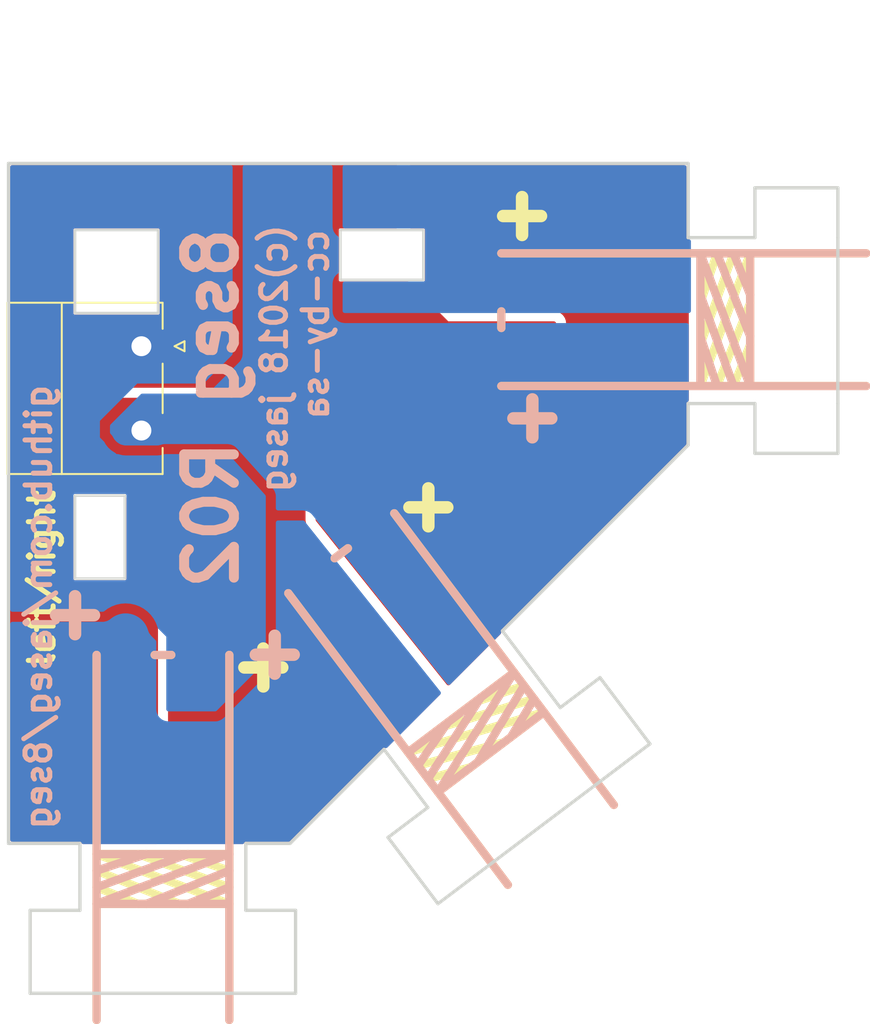
<source format=kicad_pcb>
(kicad_pcb (version 20220427) (generator pcbnew)
  (layers (0 "F.Cu" signal) (31 "B.Cu" signal) (34 "B.Paste" user) (35 "F.Paste" user) (36 "B.SilkS" user "B.Silkscreen") (37 "F.SilkS" user "F.Silkscreen") (38 "B.Mask" user) (39 "F.Mask" user) (44 "Edge.Cuts" user))
  (net 0 "")
  (net 1 "/A")
  (net 2 "/B")
  (net 3 "/C")
  (net 4 "/D")
  (footprint "footprints:led_tape_3528_2835" (layer "F.Cu") (at 154.3 64.6)
    (fp_text reference "J1" hide)
    (fp_text value "Conn_01x02" hide)
    (fp_line (start -4 0) (end -4 22) (stroke (width 0.5)) (layer "F.SilkS"))
    (fp_line (start -4 12) (end 4 12) (stroke (width 0.5)) (layer "F.SilkS"))
    (fp_line (start -4 13) (end 1 15) (stroke (width 0.5)) (layer "F.SilkS"))
    (fp_line (start -4 14) (end -1.5 15) (stroke (width 0.5)) (layer "F.SilkS"))
    (fp_line (start -4 15) (end 4 15) (stroke (width 0.5)) (layer "F.SilkS"))
    (fp_line (start -0.5 0) (end 0.5 0) (stroke (width 0.5)) (layer "F.SilkS"))
    (fp_line (start 1 12) (end 4 13) (stroke (width 0.5)) (layer "F.SilkS"))
    (fp_line (start 4 14) (end -1.5 12) (stroke (width 0.5)) (layer "F.SilkS"))
    (fp_line (start 4 15) (end -4 12) (stroke (width 0.5)) (layer "F.SilkS"))
    (fp_line (start 4 22) (end 4 0) (stroke (width 0.5)) (layer "F.SilkS"))
    (pad "1" smd oval locked (at -2.25 0) (size 2.8 5) (layers "F.Cu" "F.Paste" "F.Mask") (net 4 "/D"))
    (pad "2" smd oval locked (at 2.25 0) (size 2.8 5) (layers "F.Cu" "F.Paste" "F.Mask") (net 1 "/A"))
  )
  (footprint "footprints:led_tape_3528_2835" (layer "F.Cu") (at 165.05 58.475 37)
    (fp_text reference "J2" hide)
    (fp_text value "Conn_01x02" hide)
    (fp_line (start -4 0) (end -4 21.999999) (stroke (width 0.5)) (layer "F.SilkS"))
    (fp_line (start -4 12) (end 4 12) (stroke (width 0.5)) (layer "F.SilkS"))
    (fp_line (start -4 13) (end 1 15) (stroke (width 0.5)) (layer "F.SilkS"))
    (fp_line (start -4 14) (end -1.5 15) (stroke (width 0.5)) (layer "F.SilkS"))
    (fp_line (start -4 15) (end 3.999999 15) (stroke (width 0.5)) (layer "F.SilkS"))
    (fp_line (start -0.5 0) (end 0.5 0) (stroke (width 0.5)) (layer "F.SilkS"))
    (fp_line (start 1 12) (end 3.999999 13) (stroke (width 0.5)) (layer "F.SilkS"))
    (fp_line (start 3.999999 15) (end -4 12) (stroke (width 0.5)) (layer "F.SilkS"))
    (fp_line (start 4 14) (end -1.5 12) (stroke (width 0.5)) (layer "F.SilkS"))
    (fp_line (start 4 22) (end 4 0) (stroke (width 0.5)) (layer "F.SilkS"))
    (pad "1" smd oval locked (at -2.25 0 37) (size 2.8 5) (layers "F.Cu" "F.Paste" "F.Mask") (net 1 "/A"))
    (pad "2" smd oval locked (at 2.25 0 37) (size 2.8 5) (layers "F.Cu" "F.Paste" "F.Mask") (net 2 "/B"))
  )
  (footprint "Connectors_Phoenix:PhoenixContact_MC-G_02x5.08mm_Angled" (layer "F.Cu") (at 153 46 -90)
    (fp_text reference "J4" hide)
    (fp_text value "Conn_01x02" hide)
    (fp_line (start -2.62 -1.28) (end -2.62 8.08) (stroke (width 0.12)) (layer "F.SilkS"))
    (fp_line (start -2.62 -1.28) (end -1.05 -1.28) (stroke (width 0.12)) (layer "F.SilkS"))
    (fp_line (start -2.62 4.8) (end 7.7 4.8) (stroke (width 0.12)) (layer "F.SilkS"))
    (fp_line (start -2.62 8.08) (end 7.7 8.08) (stroke (width 0.12)) (layer "F.SilkS"))
    (fp_line (start -0.3 -2.6) (end 0.3 -2.6) (stroke (width 0.12)) (layer "F.SilkS"))
    (fp_line (start 0 -2) (end -0.3 -2.6) (stroke (width 0.12)) (layer "F.SilkS"))
    (fp_line (start 0.3 -2.6) (end 0 -2) (stroke (width 0.12)) (layer "F.SilkS"))
    (fp_line (start 1.05 -1.28) (end 4.03 -1.28) (stroke (width 0.12)) (layer "F.SilkS"))
    (fp_line (start 7.7 -1.28) (end 6.13 -1.28) (stroke (width 0.12)) (layer "F.SilkS"))
    (fp_line (start 7.7 8.08) (end 7.7 -1.28) (stroke (width 0.12)) (layer "F.SilkS"))
    (pad "1" thru_hole rect locked (at 0 0 270) (size 1.8 3.6) (drill 1.2) (layers *.Cu *.Mask) (net 3 "/C"))
    (pad "2" thru_hole oval locked (at 5.08 0 270) (size 1.8 3.6) (drill 1.2) (layers *.Cu *.Mask) (net 1 "/A"))
  )
  (footprint "footprints:led_tape_3528_2835" (layer "F.Cu") (at 174.7 44.4 90)
    (fp_text reference "J3" hide)
    (fp_text value "Conn_01x02" hide)
    (fp_line (start -4 0) (end -4 22) (stroke (width 0.5)) (layer "F.SilkS"))
    (fp_line (start -4 12) (end 4 12) (stroke (width 0.5)) (layer "F.SilkS"))
    (fp_line (start -4 13) (end 1 15) (stroke (width 0.5)) (layer "F.SilkS"))
    (fp_line (start -4 14) (end -1.5 15) (stroke (width 0.5)) (layer "F.SilkS"))
    (fp_line (start -4 15) (end 4 15) (stroke (width 0.5)) (layer "F.SilkS"))
    (fp_line (start -0.5 0) (end 0.5 0) (stroke (width 0.5)) (layer "F.SilkS"))
    (fp_line (start 1 12) (end 4 13) (stroke (width 0.5)) (layer "F.SilkS"))
    (fp_line (start 4 14) (end -1.5 12) (stroke (width 0.5)) (layer "F.SilkS"))
    (fp_line (start 4 15) (end -4 12) (stroke (width 0.5)) (layer "F.SilkS"))
    (fp_line (start 4 22) (end 4 0) (stroke (width 0.5)) (layer "F.SilkS"))
    (pad "1" smd oval locked (at -2.25 0 90) (size 2.8 5) (layers "F.Cu" "F.Paste" "F.Mask") (net 3 "/C"))
    (pad "2" smd oval locked (at 2.25 0 90) (size 2.8 5) (layers "F.Cu" "F.Paste" "F.Mask") (net 2 "/B"))
  )
  (footprint "footprints:led_tape_3528_2835" (layer "B.Cu") (at 154.3 64.6 180)
    (fp_text reference "J3" hide)
    (fp_text value "Conn_01x02" hide)
    (fp_line (start -4 -15) (end 4 -15) (stroke (width 0.5)) (layer "B.SilkS"))
    (fp_line (start -4 -14) (end -1.5 -15) (stroke (width 0.5)) (layer "B.SilkS"))
    (fp_line (start -4 -13) (end 1 -15) (stroke (width 0.5)) (layer "B.SilkS"))
    (fp_line (start -4 -12) (end 4 -12) (stroke (width 0.5)) (layer "B.SilkS"))
    (fp_line (start -4 0) (end -4 -22) (stroke (width 0.5)) (layer "B.SilkS"))
    (fp_line (start -0.5 0) (end 0.5 0) (stroke (width 0.5)) (layer "B.SilkS"))
    (fp_line (start 1 -12) (end 4 -13) (stroke (width 0.5)) (layer "B.SilkS"))
    (fp_line (start 4 -22) (end 4 0) (stroke (width 0.5)) (layer "B.SilkS"))
    (fp_line (start 4 -15) (end -4 -12) (stroke (width 0.5)) (layer "B.SilkS"))
    (fp_line (start 4 -14) (end -1.5 -12) (stroke (width 0.5)) (layer "B.SilkS"))
    (pad "1" smd oval locked (at -2.25 0 180) (size 2.8 5) (layers "B.Cu" "B.Paste" "B.Mask") (net 3 "/C"))
    (pad "2" smd oval locked (at 2.25 0 180) (size 2.8 5) (layers "B.Cu" "B.Paste" "B.Mask") (net 2 "/B"))
  )
  (footprint "footprints:led_tape_3528_2835" (layer "B.Cu") (at 174.7 44.4 -90)
    (fp_text reference "J1" hide)
    (fp_text value "Conn_01x02" hide)
    (fp_line (start -4 -15) (end 4 -15) (stroke (width 0.5)) (layer "B.SilkS"))
    (fp_line (start -4 -14) (end -1.5 -15) (stroke (width 0.5)) (layer "B.SilkS"))
    (fp_line (start -4 -13) (end 1 -15) (stroke (width 0.5)) (layer "B.SilkS"))
    (fp_line (start -4 -12) (end 4 -12) (stroke (width 0.5)) (layer "B.SilkS"))
    (fp_line (start -4 0) (end -4 -22) (stroke (width 0.5)) (layer "B.SilkS"))
    (fp_line (start -0.5 0) (end 0.5 0) (stroke (width 0.5)) (layer "B.SilkS"))
    (fp_line (start 1 -12) (end 4 -13) (stroke (width 0.5)) (layer "B.SilkS"))
    (fp_line (start 4 -22) (end 4 0) (stroke (width 0.5)) (layer "B.SilkS"))
    (fp_line (start 4 -15) (end -4 -12) (stroke (width 0.5)) (layer "B.SilkS"))
    (fp_line (start 4 -14) (end -1.5 -12) (stroke (width 0.5)) (layer "B.SilkS"))
    (pad "1" smd oval locked (at -2.25 0 270) (size 2.8 5) (layers "B.Cu" "B.Paste" "B.Mask") (net 4 "/D"))
    (pad "2" smd oval locked (at 2.25 0 270) (size 2.8 5) (layers "B.Cu" "B.Paste" "B.Mask") (net 1 "/A"))
  )
  (footprint "footprints:led_tape_3528_2835" (layer "B.Cu") (at 165.05 58.475 -143)
    (fp_text reference "J2" hide)
    (fp_text value "Conn_01x02" hide)
    (fp_line (start -4 -15) (end 3.999999 -15) (stroke (width 0.5)) (layer "B.SilkS"))
    (fp_line (start -4 -14) (end -1.5 -15) (stroke (width 0.5)) (layer "B.SilkS"))
    (fp_line (start -4 -13) (end 1 -15) (stroke (width 0.5)) (layer "B.SilkS"))
    (fp_line (start -4 -12) (end 4 -12) (stroke (width 0.5)) (layer "B.SilkS"))
    (fp_line (start -4 0) (end -4 -21.999999) (stroke (width 0.5)) (layer "B.SilkS"))
    (fp_line (start -0.5 0) (end 0.5 0) (stroke (width 0.5)) (layer "B.SilkS"))
    (fp_line (start 1 -12) (end 3.999999 -13) (stroke (width 0.5)) (layer "B.SilkS"))
    (fp_line (start 3.999999 -15) (end -4 -12) (stroke (width 0.5)) (layer "B.SilkS"))
    (fp_line (start 4 -22) (end 4 0) (stroke (width 0.5)) (layer "B.SilkS"))
    (fp_line (start 4 -14) (end -1.5 -12) (stroke (width 0.5)) (layer "B.SilkS"))
    (pad "1" smd oval locked (at -2.25 0 217) (size 2.8 5) (layers "B.Cu" "B.Paste" "B.Mask") (net 1 "/A"))
    (pad "2" smd oval locked (at 2.25 0 217) (size 2.8 5) (layers "B.Cu" "B.Paste" "B.Mask") (net 2 "/B"))
  )
  (gr_line (start 159.294381 75.958126) (end 161.959331 75.958126) (stroke (width 0.2)) (layer "Edge.Cuts"))
  (gr_line (start 194.988312 39.455444) (end 194.988312 36.455114) (stroke (width 0.2)) (layer "Edge.Cuts"))
  (gr_line (start 149.29395 75.958126) (end 149.29395 79.986826) (stroke (width 0.2)) (layer "Edge.Cuts"))
  (gr_line (start 181.260981 71.766655) (end 183.656702 69.961595) (stroke (width 0.2)) (layer "Edge.Cuts"))
  (gr_line (start 146.29414 79.986816) (end 146.29414 84.987036) (stroke (width 0.2)) (layer "Edge.Cuts"))
  (gr_line (start 189.988102 36.455114) (end 189.988102 39.455454) (stroke (width 0.2)) (layer "Edge.Cuts"))
  (gr_line (start 194.988312 36.455114) (end 189.988102 36.455114) (stroke (width 0.2)) (layer "Edge.Cuts"))
  (gr_line (start 152 60) (end 152 55) (stroke (width 0.15)) (layer "Edge.Cuts"))
  (gr_line (start 149.29395 79.986826) (end 146.29414 79.986816) (stroke (width 0.2)) (layer "Edge.Cuts"))
  (gr_line (start 165 39) (end 165 42) (stroke (width 0.15)) (layer "Edge.Cuts"))
  (gr_line (start 165 42) (end 170 42) (stroke (width 0.15)) (layer "Edge.Cuts"))
  (gr_line (start 162.294191 79.986826) (end 159.294381 79.986826) (stroke (width 0.2)) (layer "Edge.Cuts"))
  (gr_line (start 174.767321 63.149615) (end 185.959412 51.957535) (stroke (width 0.2)) (layer "Edge.Cuts"))
  (gr_line (start 173.274391 77.784896) (end 181.260981 71.766655) (stroke (width 0.2)) (layer "Edge.Cuts"))
  (gr_line (start 149 60) (end 152 60) (stroke (width 0.15)) (layer "Edge.Cuts"))
  (gr_line (start 194.988312 52.455175) (end 194.988312 49.455355) (stroke (width 0.2)) (layer "Edge.Cuts"))
  (gr_line (start 167.869041 75.596916) (end 170.878671 79.590466) (stroke (width 0.2)) (layer "Edge.Cuts"))
  (gr_line (start 170.265271 73.791346) (end 167.869041 75.596916) (stroke (width 0.2)) (layer "Edge.Cuts"))
  (gr_line (start 159.294381 79.986826) (end 159.294381 75.958126) (stroke (width 0.2)) (layer "Edge.Cuts"))
  (gr_line (start 185.959412 51.957535) (end 185.959412 49.455355) (stroke (width 0.2)) (layer "Edge.Cuts"))
  (gr_line (start 144.98827 34.986974) (end 144.98827 75.958126) (stroke (width 0.2)) (layer "Edge.Cuts"))
  (gr_line (start 154 44) (end 149 44) (stroke (width 0.15)) (layer "Edge.Cuts"))
  (gr_line (start 189.988102 52.455175) (end 194.988312 52.455175) (stroke (width 0.2)) (layer "Edge.Cuts"))
  (gr_line (start 149 55) (end 149 60) (stroke (width 0.15)) (layer "Edge.Cuts"))
  (gr_line (start 167.626681 70.290255) (end 170.265271 73.791346) (stroke (width 0.2)) (layer "Edge.Cuts"))
  (gr_line (start 185.959412 39.455454) (end 185.959412 34.986984) (stroke (width 0.2)) (layer "Edge.Cuts"))
  (gr_line (start 194.988312 49.455355) (end 194.988312 39.455444) (stroke (width 0.2)) (layer "Edge.Cuts"))
  (gr_line (start 170 42) (end 170 39) (stroke (width 0.15)) (layer "Edge.Cuts"))
  (gr_line (start 161.959331 75.958126) (end 167.626681 70.290255) (stroke (width 0.2)) (layer "Edge.Cuts"))
  (gr_line (start 178.251871 67.773615) (end 174.767321 63.149615) (stroke (width 0.2)) (layer "Edge.Cuts"))
  (gr_line (start 180.647581 65.968045) (end 178.251871 67.773615) (stroke (width 0.2)) (layer "Edge.Cuts"))
  (gr_line (start 162.294191 84.987036) (end 162.294191 79.986826) (stroke (width 0.2)) (layer "Edge.Cuts"))
  (gr_line (start 154 39) (end 154 44) (stroke (width 0.15)) (layer "Edge.Cuts"))
  (gr_line (start 185.959412 49.455355) (end 189.988102 49.455355) (stroke (width 0.2)) (layer "Edge.Cuts"))
  (gr_line (start 146.29414 84.987036) (end 162.294191 84.987036) (stroke (width 0.2)) (layer "Edge.Cuts"))
  (gr_line (start 149 44) (end 149 39) (stroke (width 0.15)) (layer "Edge.Cuts"))
  (gr_line (start 170 39) (end 165 39) (stroke (width 0.15)) (layer "Edge.Cuts"))
  (gr_line (start 170.878671 79.590466) (end 173.274391 77.784896) (stroke (width 0.2)) (layer "Edge.Cuts"))
  (gr_line (start 189.988102 49.455355) (end 189.988102 52.455175) (stroke (width 0.2)) (layer "Edge.Cuts"))
  (gr_line (start 144.98827 75.958126) (end 149.29395 75.958126) (stroke (width 0.2)) (layer "Edge.Cuts"))
  (gr_line (start 189.988102 39.455454) (end 185.959412 39.455454) (stroke (width 0.2)) (layer "Edge.Cuts"))
  (gr_line (start 183.656702 69.961595) (end 180.647581 65.968045) (stroke (width 0.2)) (layer "Edge.Cuts"))
  (gr_line (start 185.959412 34.986984) (end 144.98827 34.986974) (stroke (width 0.2)) (layer "Edge.Cuts"))
  (gr_line (start 149 39) (end 154 39) (stroke (width 0.15)) (layer "Edge.Cuts"))
  (gr_line (start 149 55) (end 152 55) (stroke (width 0.15)) (layer "Edge.Cuts"))
  (gr_text "+" (at 176.57 50.14) (layer "B.SilkS") (effects (font (size 3 3) (thickness 0.75)) (justify mirror)))
  (gr_text "+" (at 161.04 64.38) (layer "B.SilkS") (effects (font (size 3 3) (thickness 0.75)) (justify mirror)))
  (gr_text "+" (at 149 62) (layer "B.SilkS") (effects (font (size 3 3) (thickness 0.75)) (justify mirror)))
  (gr_text "8seg R02" (at 157.22 49.73 90) (layer "B.SilkS") (effects (font (size 3 3) (thickness 0.6)) (justify mirror)))
  (gr_text "cc-by-sa" (at 163.5 44.7 90) (layer "B.SilkS") (effects (font (size 1.5 1.5) (thickness 0.3)) (justify mirror)))
  (gr_text "(c)2018 jaseg" (at 161.01 46.74 90) (layer "B.SilkS") (effects (font (size 1.5 1.5) (thickness 0.3)) (justify mirror)))
  (gr_text "github.com/jaseg/8seg" (at 146.8 61.72 90) (layer "B.SilkS") (effects (font (size 1.5 1.5) (thickness 0.3)) (justify mirror)))
  (gr_text "+" (at 160.35 65.15) (layer "F.SilkS") (effects (font (size 3 3) (thickness 0.75))))
  (gr_text "+" (at 170.3 55.5) (layer "F.SilkS") (effects (font (size 3 3) (thickness 0.75))))
  (gr_text "left/right" (at 147 60 90) (layer "F.SilkS") (effects (font (size 1.5 1.5) (thickness 0.3))))
  (gr_text "+" (at 175.95 37.95) (layer "F.SilkS") (effects (font (size 3 3) (thickness 0.75))))
  (zone (net 2) (net_name "/B") (layer "F.Cu") (priority 1) (connect_pads yes (clearance 0.6)) (min_thickness 0.254) (fill yes (thermal_gap 0.508) (thermal_bridge_width 0.508))
    (polygon (pts (xy 168.5 51) (xy 163.5 51) (xy 163.5 56.5) (xy 171.5 66.5) (xy 186 52) (xy 186 35) (xy 168.5 35)))
  )
  (zone (net 1) (net_name "/A") (layer "F.Cu") (connect_pads yes (clearance 0.6)) (min_thickness 0.254) (fill yes (thermal_gap 0.508) (thermal_bridge_width 0.508))
    (polygon (pts (xy 145 48.5) (xy 145 76) (xy 162 76) (xy 175 63) (xy 164 51.5) (xy 161 48.5)))
  )
  (zone (net 3) (net_name "/C") (layer "F.Cu") (priority 2) (connect_pads yes (clearance 0.6)) (min_thickness 0.254) (fill yes (thermal_gap 0.508) (thermal_bridge_width 0.508))
    (polygon (pts (xy 145 48.5) (xy 161 48.5) (xy 163 50.5) (xy 175 50.5) (xy 178 47.5) (xy 178 44.5) (xy 171.5 44.5) (xy 168.5 41.5) (xy 168.5 35) (xy 145 35)))
  )
  (zone (net 4) (net_name "/D") (layer "F.Cu") (priority 1) (connect_pads yes (clearance 0.6)) (min_thickness 0.254) (fill yes (thermal_gap 0.508) (thermal_bridge_width 0.508))
    (polygon (pts (xy 145 76) (xy 154 76) (xy 154 55) (xy 145 55)))
  )
  (zone (net 2) (net_name "/B") (layer "B.Cu") (priority 1) (connect_pads yes (clearance 0.6)) (min_thickness 0.254) (fill yes (thermal_gap 0.508) (thermal_bridge_width 0.508))
    (polygon (pts (xy 161.019423 58.5) (xy 161 56.5) (xy 162.8 56.5) (xy 171.1 66.9) (xy 162.019423 76) (xy 145.019423 76) (xy 145.019423 58.5)))
  )
  (zone (net 3) (net_name "/C") (layer "B.Cu") (priority 2) (connect_pads yes (clearance 0.6)) (min_thickness 0.254) (fill yes (thermal_gap 0.508) (thermal_bridge_width 0.508))
    (polygon (pts (xy 158.5 35) (xy 158.5 46.5) (xy 156.75 48.25) (xy 152.75 48.25) (xy 150.5 50.5) (xy 150.5 51.5) (xy 151.5 52.5) (xy 158.25 52.5) (xy 160.5 55) (xy 160.5 65) (xy 157.5 68) (xy 154.5 68) (xy 154.5 63.5) (xy 153 62) (xy 145 62) (xy 145 35)))
  )
  (zone (net 1) (net_name "/A") (layer "B.Cu") (connect_pads yes (clearance 0.6)) (min_thickness 0.254) (fill yes (thermal_gap 0.508) (thermal_bridge_width 0.508))
    (polygon (pts (xy 150.5 49) (xy 158.5 34.959263) (xy 186 34.959263) (xy 186 51.959263) (xy 171.5 66.5) (xy 160 57.5) (xy 150.5 57.5)))
  )
  (zone (net 4) (net_name "/D") (layer "B.Cu") (priority 1) (connect_pads yes (clearance 0.6)) (min_thickness 0.254) (fill yes (thermal_gap 0.508) (thermal_bridge_width 0.508))
    (polygon (pts (xy 186.129934 35) (xy 186.129934 44) (xy 165.129934 44) (xy 165.129934 35)))
  )
)
</source>
